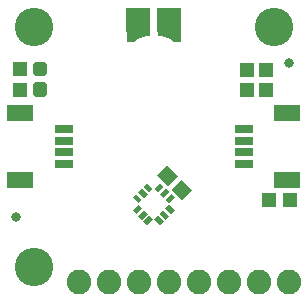
<source format=gts>
G04 EAGLE Gerber RS-274X export*
G75*
%MOMM*%
%FSLAX34Y34*%
%LPD*%
%INSoldermask Top*%
%IPPOS*%
%AMOC8*
5,1,8,0,0,1.08239X$1,22.5*%
G01*
%ADD10C,0.505344*%
%ADD11C,0.838200*%
%ADD12C,3.251200*%
%ADD13R,2.203200X1.403200*%
%ADD14R,1.553200X0.803200*%
%ADD15C,2.082800*%
%ADD16R,1.203200X1.303200*%
%ADD17R,0.453200X0.703200*%
%ADD18R,2.153200X2.153200*%
%ADD19R,1.303200X1.203200*%

G36*
X150016Y215556D02*
X150016Y215556D01*
X150033Y215553D01*
X150083Y215575D01*
X150134Y215590D01*
X150145Y215603D01*
X150161Y215610D01*
X150191Y215655D01*
X150226Y215695D01*
X150229Y215712D01*
X150238Y215727D01*
X150249Y215800D01*
X150249Y235100D01*
X150244Y235116D01*
X150247Y235133D01*
X150225Y235183D01*
X150210Y235234D01*
X150197Y235245D01*
X150190Y235261D01*
X150145Y235291D01*
X150105Y235326D01*
X150088Y235329D01*
X150074Y235338D01*
X150000Y235349D01*
X130600Y235349D01*
X130584Y235344D01*
X130567Y235347D01*
X130517Y235325D01*
X130466Y235310D01*
X130455Y235297D01*
X130439Y235290D01*
X130409Y235245D01*
X130374Y235205D01*
X130371Y235188D01*
X130362Y235174D01*
X130351Y235100D01*
X130351Y220800D01*
X130355Y220787D01*
X130352Y220773D01*
X130374Y220720D01*
X130390Y220666D01*
X130400Y220657D01*
X130406Y220644D01*
X130452Y220611D01*
X130495Y220574D01*
X130509Y220572D01*
X130520Y220564D01*
X130594Y220551D01*
X133640Y220472D01*
X136618Y219920D01*
X139472Y218908D01*
X142132Y217461D01*
X144548Y215602D01*
X144589Y215586D01*
X144627Y215562D01*
X144669Y215556D01*
X144678Y215552D01*
X144685Y215553D01*
X144700Y215551D01*
X150000Y215551D01*
X150016Y215556D01*
G37*
G36*
X109843Y215463D02*
X109843Y215463D01*
X109887Y215466D01*
X109924Y215487D01*
X109934Y215490D01*
X109939Y215495D01*
X109952Y215502D01*
X112368Y217361D01*
X115028Y218808D01*
X117882Y219820D01*
X120860Y220372D01*
X123906Y220451D01*
X123920Y220455D01*
X123933Y220453D01*
X123985Y220476D01*
X124040Y220494D01*
X124048Y220504D01*
X124061Y220510D01*
X124093Y220557D01*
X124129Y220601D01*
X124131Y220615D01*
X124138Y220627D01*
X124149Y220700D01*
X124149Y235000D01*
X124144Y235016D01*
X124147Y235033D01*
X124125Y235083D01*
X124110Y235134D01*
X124097Y235145D01*
X124090Y235161D01*
X124045Y235191D01*
X124005Y235226D01*
X123988Y235229D01*
X123974Y235238D01*
X123900Y235249D01*
X104500Y235249D01*
X104484Y235244D01*
X104467Y235247D01*
X104417Y235225D01*
X104366Y235210D01*
X104355Y235197D01*
X104339Y235190D01*
X104309Y235145D01*
X104274Y235105D01*
X104271Y235088D01*
X104262Y235074D01*
X104251Y235000D01*
X104251Y215700D01*
X104256Y215684D01*
X104253Y215667D01*
X104275Y215617D01*
X104290Y215566D01*
X104303Y215555D01*
X104310Y215539D01*
X104355Y215509D01*
X104395Y215474D01*
X104412Y215471D01*
X104427Y215462D01*
X104500Y215451D01*
X109800Y215451D01*
X109843Y215463D01*
G37*
D10*
X26990Y178870D02*
X33970Y178870D01*
X33970Y171890D01*
X26990Y171890D01*
X26990Y178870D01*
X26990Y176690D02*
X33970Y176690D01*
X33970Y196410D02*
X26990Y196410D01*
X33970Y196410D02*
X33970Y189430D01*
X26990Y189430D01*
X26990Y196410D01*
X26990Y194230D02*
X33970Y194230D01*
D11*
X10160Y67310D03*
X241300Y198120D03*
D12*
X228600Y228600D03*
X25400Y228600D03*
X25400Y25400D03*
D13*
X14050Y155000D03*
X14050Y99000D03*
D14*
X50800Y142000D03*
X50800Y132000D03*
X50800Y122000D03*
X50800Y112000D03*
D13*
X239950Y99000D03*
X239950Y155000D03*
D14*
X203200Y112000D03*
X203200Y122000D03*
X203200Y132000D03*
X203200Y142000D03*
D15*
X139700Y12700D03*
X114300Y12700D03*
X88900Y12700D03*
X63500Y12700D03*
D16*
X222250Y174770D03*
X222250Y191770D03*
X205740Y174770D03*
X205740Y191770D03*
X13970Y192260D03*
X13970Y175260D03*
D17*
G36*
X135613Y63715D02*
X132408Y60510D01*
X127437Y65481D01*
X130642Y68686D01*
X135613Y63715D01*
G37*
G36*
X140210Y68311D02*
X137005Y65106D01*
X132034Y70077D01*
X135239Y73282D01*
X140210Y68311D01*
G37*
G36*
X144806Y72907D02*
X141601Y69702D01*
X136630Y74673D01*
X139835Y77878D01*
X144806Y72907D01*
G37*
G36*
X141601Y87071D02*
X144806Y83866D01*
X139835Y78895D01*
X136630Y82100D01*
X141601Y87071D01*
G37*
G36*
X137005Y91667D02*
X140210Y88462D01*
X135239Y83491D01*
X132034Y86696D01*
X137005Y91667D01*
G37*
G36*
X132408Y96263D02*
X135613Y93058D01*
X130642Y88087D01*
X127437Y91292D01*
X132408Y96263D01*
G37*
G36*
X118245Y93058D02*
X121450Y96263D01*
X126421Y91292D01*
X123216Y88087D01*
X118245Y93058D01*
G37*
G36*
X113649Y88462D02*
X116854Y91667D01*
X121825Y86696D01*
X118620Y83491D01*
X113649Y88462D01*
G37*
G36*
X109053Y83866D02*
X112258Y87071D01*
X117229Y82100D01*
X114024Y78895D01*
X109053Y83866D01*
G37*
G36*
X112258Y69702D02*
X109053Y72907D01*
X114024Y77878D01*
X117229Y74673D01*
X112258Y69702D01*
G37*
G36*
X116854Y65106D02*
X113649Y68311D01*
X118620Y73282D01*
X121825Y70077D01*
X116854Y65106D01*
G37*
G36*
X121450Y60510D02*
X118245Y63715D01*
X123216Y68686D01*
X126421Y65481D01*
X121450Y60510D01*
G37*
D18*
X113900Y233800D03*
X139900Y233800D03*
D19*
G36*
X150111Y99034D02*
X159325Y89820D01*
X150817Y81312D01*
X141603Y90526D01*
X150111Y99034D01*
G37*
G36*
X138091Y111055D02*
X147305Y101841D01*
X138797Y93333D01*
X129583Y102547D01*
X138091Y111055D01*
G37*
D15*
X241300Y12700D03*
X215900Y12700D03*
X190500Y12700D03*
X165100Y12700D03*
D19*
X241926Y81788D03*
X224926Y81788D03*
M02*

</source>
